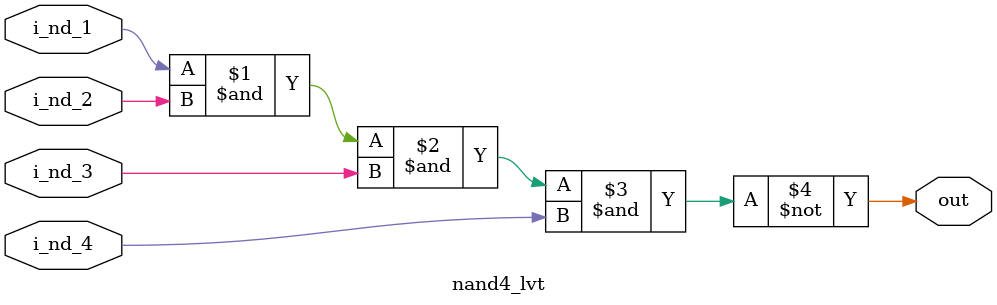
<source format=v>

`timescale 1ps / 100fs

module RO_nand4_lvt_65(
input wire i_Enable,
input i_Sel,
output wire o_RO_out
);

/////////////////// Define wires between nand gates ///////////////////
wire [125:0] w_nd_Conn;

assign #110 o_RO_out = ~(w_nd_Conn[125] & w_nd_Conn[125] & i_Sel & i_Enable);

nand4_lvt U1(
.i_nd_1(o_RO_out),
.i_nd_2(o_RO_out),
.i_nd_3(o_RO_out),
.i_nd_4(o_RO_out),
.out(w_nd_Conn[0])
);

nand4_lvt U2(
.i_nd_1(w_nd_Conn[0]),
.i_nd_2(w_nd_Conn[0]),
.i_nd_3(w_nd_Conn[0]),
.i_nd_4(w_nd_Conn[0]),
.out(w_nd_Conn[1])
);

nand4_lvt U3(
.i_nd_1(w_nd_Conn[1]),
.i_nd_2(w_nd_Conn[1]),
.i_nd_3(w_nd_Conn[1]),
.i_nd_4(w_nd_Conn[1]),
.out(w_nd_Conn[2])
);

nand4_lvt U4(
.i_nd_1(w_nd_Conn[2]),
.i_nd_2(w_nd_Conn[2]),
.i_nd_3(w_nd_Conn[2]),
.i_nd_4(w_nd_Conn[2]),
.out(w_nd_Conn[3])
);

nand4_lvt U5(
.i_nd_1(w_nd_Conn[3]),
.i_nd_2(w_nd_Conn[3]),
.i_nd_3(w_nd_Conn[3]),
.i_nd_4(w_nd_Conn[3]),
.out(w_nd_Conn[4])
);

nand4_lvt U6(
.i_nd_1(w_nd_Conn[4]),
.i_nd_2(w_nd_Conn[4]),
.i_nd_3(w_nd_Conn[4]),
.i_nd_4(w_nd_Conn[4]),
.out(w_nd_Conn[5])
);

nand4_lvt U7(
.i_nd_1(w_nd_Conn[5]),
.i_nd_2(w_nd_Conn[5]),
.i_nd_3(w_nd_Conn[5]),
.i_nd_4(w_nd_Conn[5]),
.out(w_nd_Conn[6])
);

nand4_lvt U8(
.i_nd_1(w_nd_Conn[6]),
.i_nd_2(w_nd_Conn[6]),
.i_nd_3(w_nd_Conn[6]),
.i_nd_4(w_nd_Conn[6]),
.out(w_nd_Conn[7])
);

nand4_lvt U9(
.i_nd_1(w_nd_Conn[7]),
.i_nd_2(w_nd_Conn[7]),
.i_nd_3(w_nd_Conn[7]),
.i_nd_4(w_nd_Conn[7]),
.out(w_nd_Conn[8])
);

nand4_lvt U10(
.i_nd_1(w_nd_Conn[8]),
.i_nd_2(w_nd_Conn[8]),
.i_nd_3(w_nd_Conn[8]),
.i_nd_4(w_nd_Conn[8]),
.out(w_nd_Conn[9])
);

nand4_lvt U11(
.i_nd_1(w_nd_Conn[9]),
.i_nd_2(w_nd_Conn[9]),
.i_nd_3(w_nd_Conn[9]),
.i_nd_4(w_nd_Conn[9]),
.out(w_nd_Conn[10])
);

nand4_lvt U12(
.i_nd_1(w_nd_Conn[10]),
.i_nd_2(w_nd_Conn[10]),
.i_nd_3(w_nd_Conn[10]),
.i_nd_4(w_nd_Conn[10]),
.out(w_nd_Conn[11])
);

nand4_lvt U13(
.i_nd_1(w_nd_Conn[11]),
.i_nd_2(w_nd_Conn[11]),
.i_nd_3(w_nd_Conn[11]),
.i_nd_4(w_nd_Conn[11]),
.out(w_nd_Conn[12])
);

nand4_lvt U14(
.i_nd_1(w_nd_Conn[12]),
.i_nd_2(w_nd_Conn[12]),
.i_nd_3(w_nd_Conn[12]),
.i_nd_4(w_nd_Conn[12]),
.out(w_nd_Conn[13])
);

nand4_lvt U15(
.i_nd_1(w_nd_Conn[13]),
.i_nd_2(w_nd_Conn[13]),
.i_nd_3(w_nd_Conn[13]),
.i_nd_4(w_nd_Conn[13]),
.out(w_nd_Conn[14])
);

nand4_lvt U16(
.i_nd_1(w_nd_Conn[14]),
.i_nd_2(w_nd_Conn[14]),
.i_nd_3(w_nd_Conn[14]),
.i_nd_4(w_nd_Conn[14]),
.out(w_nd_Conn[15])
);

nand4_lvt U17(
.i_nd_1(w_nd_Conn[15]),
.i_nd_2(w_nd_Conn[15]),
.i_nd_3(w_nd_Conn[15]),
.i_nd_4(w_nd_Conn[15]),
.out(w_nd_Conn[16])
);

nand4_lvt U18(
.i_nd_1(w_nd_Conn[16]),
.i_nd_2(w_nd_Conn[16]),
.i_nd_3(w_nd_Conn[16]),
.i_nd_4(w_nd_Conn[16]),
.out(w_nd_Conn[17])
);

nand4_lvt U19(
.i_nd_1(w_nd_Conn[17]),
.i_nd_2(w_nd_Conn[17]),
.i_nd_3(w_nd_Conn[17]),
.i_nd_4(w_nd_Conn[17]),
.out(w_nd_Conn[18])
);

nand4_lvt U20(
.i_nd_1(w_nd_Conn[18]),
.i_nd_2(w_nd_Conn[18]),
.i_nd_3(w_nd_Conn[18]),
.i_nd_4(w_nd_Conn[18]),
.out(w_nd_Conn[19])
);

nand4_lvt U21(
.i_nd_1(w_nd_Conn[19]),
.i_nd_2(w_nd_Conn[19]),
.i_nd_3(w_nd_Conn[19]),
.i_nd_4(w_nd_Conn[19]),
.out(w_nd_Conn[20])
);

nand4_lvt U22(
.i_nd_1(w_nd_Conn[20]),
.i_nd_2(w_nd_Conn[20]),
.i_nd_3(w_nd_Conn[20]),
.i_nd_4(w_nd_Conn[20]),
.out(w_nd_Conn[21])
);

nand4_lvt U23(
.i_nd_1(w_nd_Conn[21]),
.i_nd_2(w_nd_Conn[21]),
.i_nd_3(w_nd_Conn[21]),
.i_nd_4(w_nd_Conn[21]),
.out(w_nd_Conn[22])
);

nand4_lvt U24(
.i_nd_1(w_nd_Conn[22]),
.i_nd_2(w_nd_Conn[22]),
.i_nd_3(w_nd_Conn[22]),
.i_nd_4(w_nd_Conn[22]),
.out(w_nd_Conn[23])
);

nand4_lvt U25(
.i_nd_1(w_nd_Conn[23]),
.i_nd_2(w_nd_Conn[23]),
.i_nd_3(w_nd_Conn[23]),
.i_nd_4(w_nd_Conn[23]),
.out(w_nd_Conn[24])
);

nand4_lvt U26(
.i_nd_1(w_nd_Conn[24]),
.i_nd_2(w_nd_Conn[24]),
.i_nd_3(w_nd_Conn[24]),
.i_nd_4(w_nd_Conn[24]),
.out(w_nd_Conn[25])
);

nand4_lvt U27(
.i_nd_1(w_nd_Conn[25]),
.i_nd_2(w_nd_Conn[25]),
.i_nd_3(w_nd_Conn[25]),
.i_nd_4(w_nd_Conn[25]),
.out(w_nd_Conn[26])
);

nand4_lvt U28(
.i_nd_1(w_nd_Conn[26]),
.i_nd_2(w_nd_Conn[26]),
.i_nd_3(w_nd_Conn[26]),
.i_nd_4(w_nd_Conn[26]),
.out(w_nd_Conn[27])
);

nand4_lvt U29(
.i_nd_1(w_nd_Conn[27]),
.i_nd_2(w_nd_Conn[27]),
.i_nd_3(w_nd_Conn[27]),
.i_nd_4(w_nd_Conn[27]),
.out(w_nd_Conn[28])
);

nand4_lvt U30(
.i_nd_1(w_nd_Conn[28]),
.i_nd_2(w_nd_Conn[28]),
.i_nd_3(w_nd_Conn[28]),
.i_nd_4(w_nd_Conn[28]),
.out(w_nd_Conn[29])
);

nand4_lvt U31(
.i_nd_1(w_nd_Conn[29]),
.i_nd_2(w_nd_Conn[29]),
.i_nd_3(w_nd_Conn[29]),
.i_nd_4(w_nd_Conn[29]),
.out(w_nd_Conn[30])
);

nand4_lvt U32(
.i_nd_1(w_nd_Conn[30]),
.i_nd_2(w_nd_Conn[30]),
.i_nd_3(w_nd_Conn[30]),
.i_nd_4(w_nd_Conn[30]),
.out(w_nd_Conn[31])
);

nand4_lvt U33(
.i_nd_1(w_nd_Conn[31]),
.i_nd_2(w_nd_Conn[31]),
.i_nd_3(w_nd_Conn[31]),
.i_nd_4(w_nd_Conn[31]),
.out(w_nd_Conn[32])
);

nand4_lvt U34(
.i_nd_1(w_nd_Conn[32]),
.i_nd_2(w_nd_Conn[32]),
.i_nd_3(w_nd_Conn[32]),
.i_nd_4(w_nd_Conn[32]),
.out(w_nd_Conn[33])
);

nand4_lvt U35(
.i_nd_1(w_nd_Conn[33]),
.i_nd_2(w_nd_Conn[33]),
.i_nd_3(w_nd_Conn[33]),
.i_nd_4(w_nd_Conn[33]),
.out(w_nd_Conn[34])
);

nand4_lvt U36(
.i_nd_1(w_nd_Conn[34]),
.i_nd_2(w_nd_Conn[34]),
.i_nd_3(w_nd_Conn[34]),
.i_nd_4(w_nd_Conn[34]),
.out(w_nd_Conn[35])
);

nand4_lvt U37(
.i_nd_1(w_nd_Conn[35]),
.i_nd_2(w_nd_Conn[35]),
.i_nd_3(w_nd_Conn[35]),
.i_nd_4(w_nd_Conn[35]),
.out(w_nd_Conn[36])
);

nand4_lvt U38(
.i_nd_1(w_nd_Conn[36]),
.i_nd_2(w_nd_Conn[36]),
.i_nd_3(w_nd_Conn[36]),
.i_nd_4(w_nd_Conn[36]),
.out(w_nd_Conn[37])
);

nand4_lvt U39(
.i_nd_1(w_nd_Conn[37]),
.i_nd_2(w_nd_Conn[37]),
.i_nd_3(w_nd_Conn[37]),
.i_nd_4(w_nd_Conn[37]),
.out(w_nd_Conn[38])
);

nand4_lvt U40(
.i_nd_1(w_nd_Conn[38]),
.i_nd_2(w_nd_Conn[38]),
.i_nd_3(w_nd_Conn[38]),
.i_nd_4(w_nd_Conn[38]),
.out(w_nd_Conn[39])
);

nand4_lvt U41(
.i_nd_1(w_nd_Conn[39]),
.i_nd_2(w_nd_Conn[39]),
.i_nd_3(w_nd_Conn[39]),
.i_nd_4(w_nd_Conn[39]),
.out(w_nd_Conn[40])
);

nand4_lvt U42(
.i_nd_1(w_nd_Conn[40]),
.i_nd_2(w_nd_Conn[40]),
.i_nd_3(w_nd_Conn[40]),
.i_nd_4(w_nd_Conn[40]),
.out(w_nd_Conn[41])
);

nand4_lvt U43(
.i_nd_1(w_nd_Conn[41]),
.i_nd_2(w_nd_Conn[41]),
.i_nd_3(w_nd_Conn[41]),
.i_nd_4(w_nd_Conn[41]),
.out(w_nd_Conn[42])
);

nand4_lvt U44(
.i_nd_1(w_nd_Conn[42]),
.i_nd_2(w_nd_Conn[42]),
.i_nd_3(w_nd_Conn[42]),
.i_nd_4(w_nd_Conn[42]),
.out(w_nd_Conn[43])
);

nand4_lvt U45(
.i_nd_1(w_nd_Conn[43]),
.i_nd_2(w_nd_Conn[43]),
.i_nd_3(w_nd_Conn[43]),
.i_nd_4(w_nd_Conn[43]),
.out(w_nd_Conn[44])
);

nand4_lvt U46(
.i_nd_1(w_nd_Conn[44]),
.i_nd_2(w_nd_Conn[44]),
.i_nd_3(w_nd_Conn[44]),
.i_nd_4(w_nd_Conn[44]),
.out(w_nd_Conn[45])
);

nand4_lvt U47(
.i_nd_1(w_nd_Conn[45]),
.i_nd_2(w_nd_Conn[45]),
.i_nd_3(w_nd_Conn[45]),
.i_nd_4(w_nd_Conn[45]),
.out(w_nd_Conn[46])
);

nand4_lvt U48(
.i_nd_1(w_nd_Conn[46]),
.i_nd_2(w_nd_Conn[46]),
.i_nd_3(w_nd_Conn[46]),
.i_nd_4(w_nd_Conn[46]),
.out(w_nd_Conn[47])
);

nand4_lvt U49(
.i_nd_1(w_nd_Conn[47]),
.i_nd_2(w_nd_Conn[47]),
.i_nd_3(w_nd_Conn[47]),
.i_nd_4(w_nd_Conn[47]),
.out(w_nd_Conn[48])
);

nand4_lvt U50(
.i_nd_1(w_nd_Conn[48]),
.i_nd_2(w_nd_Conn[48]),
.i_nd_3(w_nd_Conn[48]),
.i_nd_4(w_nd_Conn[48]),
.out(w_nd_Conn[49])
);

nand4_lvt U51(
.i_nd_1(w_nd_Conn[49]),
.i_nd_2(w_nd_Conn[49]),
.i_nd_3(w_nd_Conn[49]),
.i_nd_4(w_nd_Conn[49]),
.out(w_nd_Conn[50])
);

nand4_lvt U52(
.i_nd_1(w_nd_Conn[50]),
.i_nd_2(w_nd_Conn[50]),
.i_nd_3(w_nd_Conn[50]),
.i_nd_4(w_nd_Conn[50]),
.out(w_nd_Conn[51])
);

nand4_lvt U53(
.i_nd_1(w_nd_Conn[51]),
.i_nd_2(w_nd_Conn[51]),
.i_nd_3(w_nd_Conn[51]),
.i_nd_4(w_nd_Conn[51]),
.out(w_nd_Conn[52])
);

nand4_lvt U54(
.i_nd_1(w_nd_Conn[52]),
.i_nd_2(w_nd_Conn[52]),
.i_nd_3(w_nd_Conn[52]),
.i_nd_4(w_nd_Conn[52]),
.out(w_nd_Conn[53])
);

nand4_lvt U55(
.i_nd_1(w_nd_Conn[53]),
.i_nd_2(w_nd_Conn[53]),
.i_nd_3(w_nd_Conn[53]),
.i_nd_4(w_nd_Conn[53]),
.out(w_nd_Conn[54])
);

nand4_lvt U56(
.i_nd_1(w_nd_Conn[54]),
.i_nd_2(w_nd_Conn[54]),
.i_nd_3(w_nd_Conn[54]),
.i_nd_4(w_nd_Conn[54]),
.out(w_nd_Conn[55])
);

nand4_lvt U57(
.i_nd_1(w_nd_Conn[55]),
.i_nd_2(w_nd_Conn[55]),
.i_nd_3(w_nd_Conn[55]),
.i_nd_4(w_nd_Conn[55]),
.out(w_nd_Conn[56])
);

nand4_lvt U58(
.i_nd_1(w_nd_Conn[56]),
.i_nd_2(w_nd_Conn[56]),
.i_nd_3(w_nd_Conn[56]),
.i_nd_4(w_nd_Conn[56]),
.out(w_nd_Conn[57])
);

nand4_lvt U59(
.i_nd_1(w_nd_Conn[57]),
.i_nd_2(w_nd_Conn[57]),
.i_nd_3(w_nd_Conn[57]),
.i_nd_4(w_nd_Conn[57]),
.out(w_nd_Conn[58])
);

nand4_lvt U60(
.i_nd_1(w_nd_Conn[58]),
.i_nd_2(w_nd_Conn[58]),
.i_nd_3(w_nd_Conn[58]),
.i_nd_4(w_nd_Conn[58]),
.out(w_nd_Conn[59])
);

nand4_lvt U61(
.i_nd_1(w_nd_Conn[59]),
.i_nd_2(w_nd_Conn[59]),
.i_nd_3(w_nd_Conn[59]),
.i_nd_4(w_nd_Conn[59]),
.out(w_nd_Conn[60])
);

nand4_lvt U62(
.i_nd_1(w_nd_Conn[60]),
.i_nd_2(w_nd_Conn[60]),
.i_nd_3(w_nd_Conn[60]),
.i_nd_4(w_nd_Conn[60]),
.out(w_nd_Conn[61])
);

nand4_lvt U63(
.i_nd_1(w_nd_Conn[61]),
.i_nd_2(w_nd_Conn[61]),
.i_nd_3(w_nd_Conn[61]),
.i_nd_4(w_nd_Conn[61]),
.out(w_nd_Conn[62])
);

nand4_lvt U64(
.i_nd_1(w_nd_Conn[62]),
.i_nd_2(w_nd_Conn[62]),
.i_nd_3(w_nd_Conn[62]),
.i_nd_4(w_nd_Conn[62]),
.out(w_nd_Conn[63])
);

nand4_lvt U65(
.i_nd_1(w_nd_Conn[63]),
.i_nd_2(w_nd_Conn[63]),
.i_nd_3(w_nd_Conn[63]),
.i_nd_4(w_nd_Conn[63]),
.out(w_nd_Conn[64])
);

nand4_lvt U66(
.i_nd_1(w_nd_Conn[64]),
.i_nd_2(w_nd_Conn[64]),
.i_nd_3(w_nd_Conn[64]),
.i_nd_4(w_nd_Conn[64]),
.out(w_nd_Conn[65])
);

nand4_lvt U67(
.i_nd_1(w_nd_Conn[65]),
.i_nd_2(w_nd_Conn[65]),
.i_nd_3(w_nd_Conn[65]),
.i_nd_4(w_nd_Conn[65]),
.out(w_nd_Conn[66])
);

nand4_lvt U68(
.i_nd_1(w_nd_Conn[66]),
.i_nd_2(w_nd_Conn[66]),
.i_nd_3(w_nd_Conn[66]),
.i_nd_4(w_nd_Conn[66]),
.out(w_nd_Conn[67])
);

nand4_lvt U69(
.i_nd_1(w_nd_Conn[67]),
.i_nd_2(w_nd_Conn[67]),
.i_nd_3(w_nd_Conn[67]),
.i_nd_4(w_nd_Conn[67]),
.out(w_nd_Conn[68])
);

nand4_lvt U70(
.i_nd_1(w_nd_Conn[68]),
.i_nd_2(w_nd_Conn[68]),
.i_nd_3(w_nd_Conn[68]),
.i_nd_4(w_nd_Conn[68]),
.out(w_nd_Conn[69])
);

nand4_lvt U71(
.i_nd_1(w_nd_Conn[69]),
.i_nd_2(w_nd_Conn[69]),
.i_nd_3(w_nd_Conn[69]),
.i_nd_4(w_nd_Conn[69]),
.out(w_nd_Conn[70])
);

nand4_lvt U72(
.i_nd_1(w_nd_Conn[70]),
.i_nd_2(w_nd_Conn[70]),
.i_nd_3(w_nd_Conn[70]),
.i_nd_4(w_nd_Conn[70]),
.out(w_nd_Conn[71])
);

nand4_lvt U73(
.i_nd_1(w_nd_Conn[71]),
.i_nd_2(w_nd_Conn[71]),
.i_nd_3(w_nd_Conn[71]),
.i_nd_4(w_nd_Conn[71]),
.out(w_nd_Conn[72])
);

nand4_lvt U74(
.i_nd_1(w_nd_Conn[72]),
.i_nd_2(w_nd_Conn[72]),
.i_nd_3(w_nd_Conn[72]),
.i_nd_4(w_nd_Conn[72]),
.out(w_nd_Conn[73])
);

nand4_lvt U75(
.i_nd_1(w_nd_Conn[73]),
.i_nd_2(w_nd_Conn[73]),
.i_nd_3(w_nd_Conn[73]),
.i_nd_4(w_nd_Conn[73]),
.out(w_nd_Conn[74])
);

nand4_lvt U76(
.i_nd_1(w_nd_Conn[74]),
.i_nd_2(w_nd_Conn[74]),
.i_nd_3(w_nd_Conn[74]),
.i_nd_4(w_nd_Conn[74]),
.out(w_nd_Conn[75])
);

nand4_lvt U77(
.i_nd_1(w_nd_Conn[75]),
.i_nd_2(w_nd_Conn[75]),
.i_nd_3(w_nd_Conn[75]),
.i_nd_4(w_nd_Conn[75]),
.out(w_nd_Conn[76])
);

nand4_lvt U78(
.i_nd_1(w_nd_Conn[76]),
.i_nd_2(w_nd_Conn[76]),
.i_nd_3(w_nd_Conn[76]),
.i_nd_4(w_nd_Conn[76]),
.out(w_nd_Conn[77])
);

nand4_lvt U79(
.i_nd_1(w_nd_Conn[77]),
.i_nd_2(w_nd_Conn[77]),
.i_nd_3(w_nd_Conn[77]),
.i_nd_4(w_nd_Conn[77]),
.out(w_nd_Conn[78])
);

nand4_lvt U80(
.i_nd_1(w_nd_Conn[78]),
.i_nd_2(w_nd_Conn[78]),
.i_nd_3(w_nd_Conn[78]),
.i_nd_4(w_nd_Conn[78]),
.out(w_nd_Conn[79])
);

nand4_lvt U81(
.i_nd_1(w_nd_Conn[79]),
.i_nd_2(w_nd_Conn[79]),
.i_nd_3(w_nd_Conn[79]),
.i_nd_4(w_nd_Conn[79]),
.out(w_nd_Conn[80])
);

nand4_lvt U82(
.i_nd_1(w_nd_Conn[80]),
.i_nd_2(w_nd_Conn[80]),
.i_nd_3(w_nd_Conn[80]),
.i_nd_4(w_nd_Conn[80]),
.out(w_nd_Conn[81])
);

nand4_lvt U83(
.i_nd_1(w_nd_Conn[81]),
.i_nd_2(w_nd_Conn[81]),
.i_nd_3(w_nd_Conn[81]),
.i_nd_4(w_nd_Conn[81]),
.out(w_nd_Conn[82])
);

nand4_lvt U84(
.i_nd_1(w_nd_Conn[82]),
.i_nd_2(w_nd_Conn[82]),
.i_nd_3(w_nd_Conn[82]),
.i_nd_4(w_nd_Conn[82]),
.out(w_nd_Conn[83])
);

nand4_lvt U85(
.i_nd_1(w_nd_Conn[83]),
.i_nd_2(w_nd_Conn[83]),
.i_nd_3(w_nd_Conn[83]),
.i_nd_4(w_nd_Conn[83]),
.out(w_nd_Conn[84])
);

nand4_lvt U86(
.i_nd_1(w_nd_Conn[84]),
.i_nd_2(w_nd_Conn[84]),
.i_nd_3(w_nd_Conn[84]),
.i_nd_4(w_nd_Conn[84]),
.out(w_nd_Conn[85])
);

nand4_lvt U87(
.i_nd_1(w_nd_Conn[85]),
.i_nd_2(w_nd_Conn[85]),
.i_nd_3(w_nd_Conn[85]),
.i_nd_4(w_nd_Conn[85]),
.out(w_nd_Conn[86])
);

nand4_lvt U88(
.i_nd_1(w_nd_Conn[86]),
.i_nd_2(w_nd_Conn[86]),
.i_nd_3(w_nd_Conn[86]),
.i_nd_4(w_nd_Conn[86]),
.out(w_nd_Conn[87])
);

nand4_lvt U89(
.i_nd_1(w_nd_Conn[87]),
.i_nd_2(w_nd_Conn[87]),
.i_nd_3(w_nd_Conn[87]),
.i_nd_4(w_nd_Conn[87]),
.out(w_nd_Conn[88])
);

nand4_lvt U90(
.i_nd_1(w_nd_Conn[88]),
.i_nd_2(w_nd_Conn[88]),
.i_nd_3(w_nd_Conn[88]),
.i_nd_4(w_nd_Conn[88]),
.out(w_nd_Conn[89])
);

nand4_lvt U91(
.i_nd_1(w_nd_Conn[89]),
.i_nd_2(w_nd_Conn[89]),
.i_nd_3(w_nd_Conn[89]),
.i_nd_4(w_nd_Conn[89]),
.out(w_nd_Conn[90])
);

nand4_lvt U92(
.i_nd_1(w_nd_Conn[90]),
.i_nd_2(w_nd_Conn[90]),
.i_nd_3(w_nd_Conn[90]),
.i_nd_4(w_nd_Conn[90]),
.out(w_nd_Conn[91])
);

nand4_lvt U93(
.i_nd_1(w_nd_Conn[91]),
.i_nd_2(w_nd_Conn[91]),
.i_nd_3(w_nd_Conn[91]),
.i_nd_4(w_nd_Conn[91]),
.out(w_nd_Conn[92])
);

nand4_lvt U94(
.i_nd_1(w_nd_Conn[92]),
.i_nd_2(w_nd_Conn[92]),
.i_nd_3(w_nd_Conn[92]),
.i_nd_4(w_nd_Conn[92]),
.out(w_nd_Conn[93])
);

nand4_lvt U95(
.i_nd_1(w_nd_Conn[93]),
.i_nd_2(w_nd_Conn[93]),
.i_nd_3(w_nd_Conn[93]),
.i_nd_4(w_nd_Conn[93]),
.out(w_nd_Conn[94])
);

nand4_lvt U96(
.i_nd_1(w_nd_Conn[94]),
.i_nd_2(w_nd_Conn[94]),
.i_nd_3(w_nd_Conn[94]),
.i_nd_4(w_nd_Conn[94]),
.out(w_nd_Conn[95])
);

nand4_lvt U97(
.i_nd_1(w_nd_Conn[95]),
.i_nd_2(w_nd_Conn[95]),
.i_nd_3(w_nd_Conn[95]),
.i_nd_4(w_nd_Conn[95]),
.out(w_nd_Conn[96])
);

nand4_lvt U98(
.i_nd_1(w_nd_Conn[96]),
.i_nd_2(w_nd_Conn[96]),
.i_nd_3(w_nd_Conn[96]),
.i_nd_4(w_nd_Conn[96]),
.out(w_nd_Conn[97])
);

nand4_lvt U99(
.i_nd_1(w_nd_Conn[97]),
.i_nd_2(w_nd_Conn[97]),
.i_nd_3(w_nd_Conn[97]),
.i_nd_4(w_nd_Conn[97]),
.out(w_nd_Conn[98])
);

nand4_lvt U100(
.i_nd_1(w_nd_Conn[98]),
.i_nd_2(w_nd_Conn[98]),
.i_nd_3(w_nd_Conn[98]),
.i_nd_4(w_nd_Conn[98]),
.out(w_nd_Conn[99])
);

nand4_lvt U101(
.i_nd_1(w_nd_Conn[99]),
.i_nd_2(w_nd_Conn[99]),
.i_nd_3(w_nd_Conn[99]),
.i_nd_4(w_nd_Conn[99]),
.out(w_nd_Conn[100])
);

nand4_lvt U102(
.i_nd_1(w_nd_Conn[100]),
.i_nd_2(w_nd_Conn[100]),
.i_nd_3(w_nd_Conn[100]),
.i_nd_4(w_nd_Conn[100]),
.out(w_nd_Conn[101])
);

nand4_lvt U103(
.i_nd_1(w_nd_Conn[101]),
.i_nd_2(w_nd_Conn[101]),
.i_nd_3(w_nd_Conn[101]),
.i_nd_4(w_nd_Conn[101]),
.out(w_nd_Conn[102])
);

nand4_lvt U104(
.i_nd_1(w_nd_Conn[102]),
.i_nd_2(w_nd_Conn[102]),
.i_nd_3(w_nd_Conn[102]),
.i_nd_4(w_nd_Conn[102]),
.out(w_nd_Conn[103])
);

nand4_lvt U105(
.i_nd_1(w_nd_Conn[103]),
.i_nd_2(w_nd_Conn[103]),
.i_nd_3(w_nd_Conn[103]),
.i_nd_4(w_nd_Conn[103]),
.out(w_nd_Conn[104])
);

nand4_lvt U106(
.i_nd_1(w_nd_Conn[104]),
.i_nd_2(w_nd_Conn[104]),
.i_nd_3(w_nd_Conn[104]),
.i_nd_4(w_nd_Conn[104]),
.out(w_nd_Conn[105])
);

nand4_lvt U107(
.i_nd_1(w_nd_Conn[105]),
.i_nd_2(w_nd_Conn[105]),
.i_nd_3(w_nd_Conn[105]),
.i_nd_4(w_nd_Conn[105]),
.out(w_nd_Conn[106])
);

nand4_lvt U108(
.i_nd_1(w_nd_Conn[106]),
.i_nd_2(w_nd_Conn[106]),
.i_nd_3(w_nd_Conn[106]),
.i_nd_4(w_nd_Conn[106]),
.out(w_nd_Conn[107])
);

nand4_lvt U109(
.i_nd_1(w_nd_Conn[107]),
.i_nd_2(w_nd_Conn[107]),
.i_nd_3(w_nd_Conn[107]),
.i_nd_4(w_nd_Conn[107]),
.out(w_nd_Conn[108])
);

nand4_lvt U110(
.i_nd_1(w_nd_Conn[108]),
.i_nd_2(w_nd_Conn[108]),
.i_nd_3(w_nd_Conn[108]),
.i_nd_4(w_nd_Conn[108]),
.out(w_nd_Conn[109])
);

nand4_lvt U111(
.i_nd_1(w_nd_Conn[109]),
.i_nd_2(w_nd_Conn[109]),
.i_nd_3(w_nd_Conn[109]),
.i_nd_4(w_nd_Conn[109]),
.out(w_nd_Conn[110])
);

nand4_lvt U112(
.i_nd_1(w_nd_Conn[110]),
.i_nd_2(w_nd_Conn[110]),
.i_nd_3(w_nd_Conn[110]),
.i_nd_4(w_nd_Conn[110]),
.out(w_nd_Conn[111])
);

nand4_lvt U113(
.i_nd_1(w_nd_Conn[111]),
.i_nd_2(w_nd_Conn[111]),
.i_nd_3(w_nd_Conn[111]),
.i_nd_4(w_nd_Conn[111]),
.out(w_nd_Conn[112])
);

nand4_lvt U114(
.i_nd_1(w_nd_Conn[112]),
.i_nd_2(w_nd_Conn[112]),
.i_nd_3(w_nd_Conn[112]),
.i_nd_4(w_nd_Conn[112]),
.out(w_nd_Conn[113])
);

nand4_lvt U115(
.i_nd_1(w_nd_Conn[113]),
.i_nd_2(w_nd_Conn[113]),
.i_nd_3(w_nd_Conn[113]),
.i_nd_4(w_nd_Conn[113]),
.out(w_nd_Conn[114])
);

nand4_lvt U116(
.i_nd_1(w_nd_Conn[114]),
.i_nd_2(w_nd_Conn[114]),
.i_nd_3(w_nd_Conn[114]),
.i_nd_4(w_nd_Conn[114]),
.out(w_nd_Conn[115])
);

nand4_lvt U117(
.i_nd_1(w_nd_Conn[115]),
.i_nd_2(w_nd_Conn[115]),
.i_nd_3(w_nd_Conn[115]),
.i_nd_4(w_nd_Conn[115]),
.out(w_nd_Conn[116])
);

nand4_lvt U118(
.i_nd_1(w_nd_Conn[116]),
.i_nd_2(w_nd_Conn[116]),
.i_nd_3(w_nd_Conn[116]),
.i_nd_4(w_nd_Conn[116]),
.out(w_nd_Conn[117])
);

nand4_lvt U119(
.i_nd_1(w_nd_Conn[117]),
.i_nd_2(w_nd_Conn[117]),
.i_nd_3(w_nd_Conn[117]),
.i_nd_4(w_nd_Conn[117]),
.out(w_nd_Conn[118])
);

nand4_lvt U120(
.i_nd_1(w_nd_Conn[118]),
.i_nd_2(w_nd_Conn[118]),
.i_nd_3(w_nd_Conn[118]),
.i_nd_4(w_nd_Conn[118]),
.out(w_nd_Conn[119])
);

nand4_lvt U121(
.i_nd_1(w_nd_Conn[119]),
.i_nd_2(w_nd_Conn[119]),
.i_nd_3(w_nd_Conn[119]),
.i_nd_4(w_nd_Conn[119]),
.out(w_nd_Conn[120])
);

nand4_lvt U122(
.i_nd_1(w_nd_Conn[120]),
.i_nd_2(w_nd_Conn[120]),
.i_nd_3(w_nd_Conn[120]),
.i_nd_4(w_nd_Conn[120]),
.out(w_nd_Conn[121])
);

nand4_lvt U123(
.i_nd_1(w_nd_Conn[121]),
.i_nd_2(w_nd_Conn[121]),
.i_nd_3(w_nd_Conn[121]),
.i_nd_4(w_nd_Conn[121]),
.out(w_nd_Conn[122])
);

nand4_lvt U124(
.i_nd_1(w_nd_Conn[122]),
.i_nd_2(w_nd_Conn[122]),
.i_nd_3(w_nd_Conn[122]),
.i_nd_4(w_nd_Conn[122]),
.out(w_nd_Conn[123])
);

nand4_lvt U125(
.i_nd_1(w_nd_Conn[123]),
.i_nd_2(w_nd_Conn[123]),
.i_nd_3(w_nd_Conn[123]),
.i_nd_4(w_nd_Conn[123]),
.out(w_nd_Conn[124])
);

nand4_lvt U126(
.i_nd_1(w_nd_Conn[124]),
.i_nd_2(w_nd_Conn[124]),
.i_nd_3(w_nd_Conn[124]),
.i_nd_4(w_nd_Conn[124]),
.out(w_nd_Conn[125])
);

endmodule

module nand4_lvt(
input wire i_nd_1,
input wire i_nd_2,
input wire i_nd_3,
input wire i_nd_4,
output wire out);

assign #110 out = ~(i_nd_1 & i_nd_2 & i_nd_3 & i_nd_4);

endmodule 


</source>
